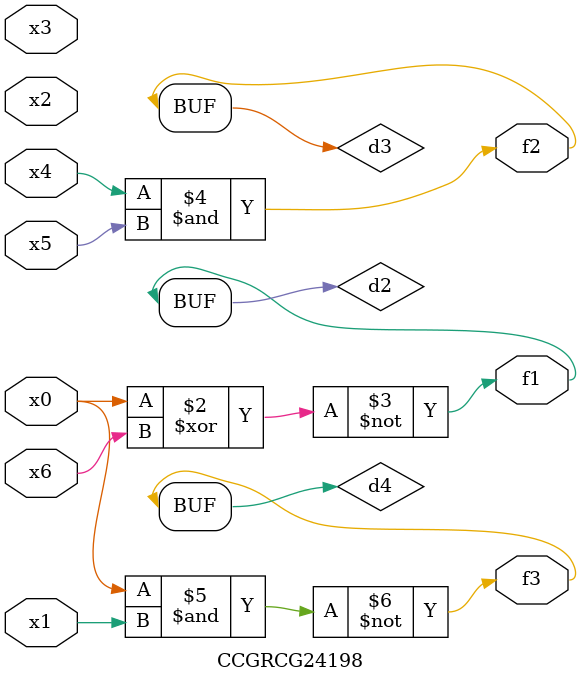
<source format=v>
module CCGRCG24198(
	input x0, x1, x2, x3, x4, x5, x6,
	output f1, f2, f3
);

	wire d1, d2, d3, d4;

	nor (d1, x0);
	xnor (d2, x0, x6);
	and (d3, x4, x5);
	nand (d4, x0, x1);
	assign f1 = d2;
	assign f2 = d3;
	assign f3 = d4;
endmodule

</source>
